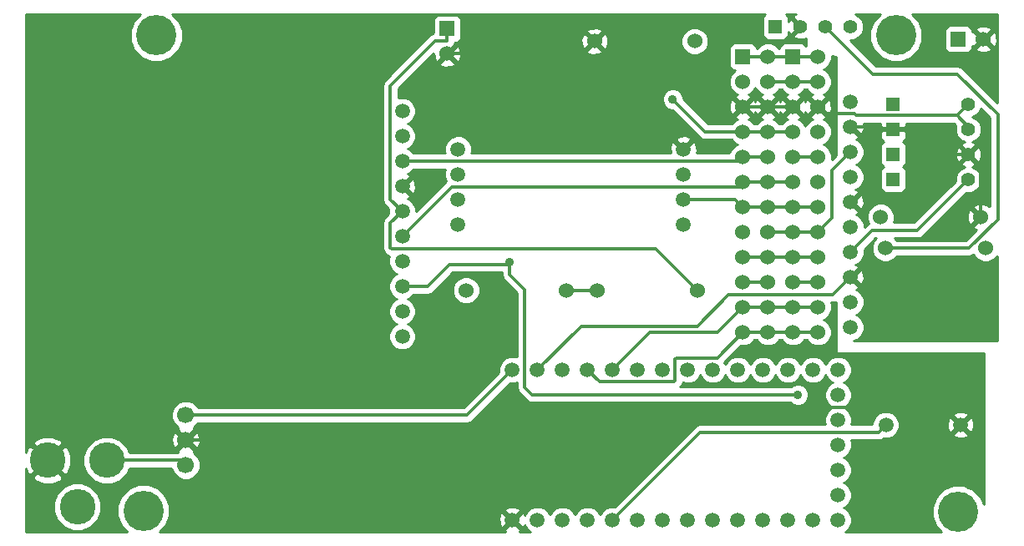
<source format=gtl>
G04 (created by PCBNEW-RS274X (2012-apr-16-27)-stable) date Wed 26 Mar 2014 03:50:35 PM EDT*
G01*
G70*
G90*
%MOIN*%
G04 Gerber Fmt 3.4, Leading zero omitted, Abs format*
%FSLAX34Y34*%
G04 APERTURE LIST*
%ADD10C,0.006000*%
%ADD11C,0.141700*%
%ADD12C,0.059100*%
%ADD13C,0.060000*%
%ADD14C,0.066900*%
%ADD15R,0.060000X0.060000*%
%ADD16R,0.055000X0.055000*%
%ADD17C,0.055000*%
%ADD18C,0.160000*%
%ADD19C,0.035000*%
%ADD20C,0.014000*%
%ADD21C,0.013900*%
%ADD22C,0.010000*%
G04 APERTURE END LIST*
G54D10*
G54D11*
X40158Y-48819D03*
X42520Y-48819D03*
X41339Y-50669D03*
G54D12*
X54303Y-38870D03*
X54303Y-39870D03*
X54303Y-37870D03*
X54303Y-40870D03*
X54303Y-41870D03*
X54303Y-42870D03*
X54303Y-43870D03*
X54303Y-36870D03*
X54303Y-35870D03*
X54303Y-34870D03*
G54D13*
X66075Y-42028D03*
X62075Y-42028D03*
X73591Y-40354D03*
X77591Y-40354D03*
X73400Y-39100D03*
X77400Y-39100D03*
X56858Y-42028D03*
X60858Y-42028D03*
G54D14*
X45669Y-49016D03*
X45669Y-48016D03*
X45669Y-47016D03*
G54D15*
X69900Y-32700D03*
G54D13*
X70900Y-32700D03*
X69900Y-33700D03*
X70900Y-33700D03*
X69900Y-34700D03*
X70900Y-34700D03*
X69900Y-35700D03*
X70900Y-35700D03*
X69900Y-36700D03*
X70900Y-36700D03*
X69900Y-37700D03*
X70900Y-37700D03*
X69900Y-38700D03*
X70900Y-38700D03*
X69900Y-39700D03*
X70900Y-39700D03*
X69900Y-40700D03*
X70900Y-40700D03*
X69900Y-41700D03*
X70900Y-41700D03*
X69900Y-42700D03*
X70900Y-42700D03*
X69900Y-43700D03*
X70900Y-43700D03*
G54D15*
X67900Y-32700D03*
G54D13*
X68900Y-32700D03*
X67900Y-33700D03*
X68900Y-33700D03*
X67900Y-34700D03*
X68900Y-34700D03*
X67900Y-35700D03*
X68900Y-35700D03*
X67900Y-36700D03*
X68900Y-36700D03*
X67900Y-37700D03*
X68900Y-37700D03*
X67900Y-38700D03*
X68900Y-38700D03*
X67900Y-39700D03*
X68900Y-39700D03*
X67900Y-40700D03*
X68900Y-40700D03*
X67900Y-41700D03*
X68900Y-41700D03*
X67900Y-42700D03*
X68900Y-42700D03*
X67900Y-43700D03*
X68900Y-43700D03*
G54D15*
X56102Y-31587D03*
G54D13*
X56102Y-32587D03*
G54D16*
X73900Y-37600D03*
G54D17*
X76900Y-37600D03*
G54D16*
X73900Y-34600D03*
G54D17*
X76900Y-34600D03*
G54D16*
X73900Y-36600D03*
G54D17*
X76900Y-36600D03*
G54D16*
X73900Y-35600D03*
G54D17*
X76900Y-35600D03*
G54D16*
X69200Y-31500D03*
G54D17*
X70200Y-31500D03*
X71200Y-31500D03*
X72200Y-31500D03*
G54D12*
X72200Y-38500D03*
X72200Y-37500D03*
X72200Y-36500D03*
X72200Y-34500D03*
X72200Y-35500D03*
X72200Y-39500D03*
X72200Y-40500D03*
X72200Y-41500D03*
X72200Y-42500D03*
X72200Y-43500D03*
X56531Y-36394D03*
X56531Y-37394D03*
X56531Y-38394D03*
X56531Y-39394D03*
X65531Y-39394D03*
X65531Y-38394D03*
X65531Y-37394D03*
X65531Y-36394D03*
G54D18*
X43976Y-50827D03*
G54D13*
X61976Y-32087D03*
X65976Y-32087D03*
G54D12*
X73604Y-47400D03*
X76596Y-47400D03*
G54D18*
X44488Y-31850D03*
X74016Y-31850D03*
X76496Y-50866D03*
G54D12*
X58700Y-51200D03*
X59700Y-51200D03*
X60700Y-51200D03*
X71700Y-51200D03*
X61700Y-51200D03*
X62700Y-51200D03*
X63700Y-51200D03*
X64700Y-51200D03*
X65700Y-51200D03*
X66700Y-51200D03*
X67700Y-51200D03*
X68700Y-51200D03*
X69700Y-51200D03*
X70700Y-51200D03*
X71700Y-45200D03*
X70700Y-45200D03*
X69700Y-45200D03*
X68700Y-45200D03*
X67700Y-45200D03*
X66700Y-45200D03*
X65700Y-45200D03*
X64700Y-45200D03*
X63700Y-45200D03*
X62700Y-45200D03*
X61700Y-45200D03*
X60700Y-45200D03*
X59700Y-45200D03*
X58700Y-45200D03*
X71700Y-50200D03*
X71700Y-49200D03*
X71700Y-48200D03*
X71700Y-47200D03*
X71700Y-46200D03*
G54D15*
X76500Y-32000D03*
G54D13*
X77500Y-32000D03*
G54D19*
X70100Y-46200D03*
X65100Y-34400D03*
X58600Y-40900D03*
X73400Y-46700D03*
G54D20*
X60858Y-42028D02*
X62075Y-42028D01*
X68900Y-33700D02*
X69900Y-33700D01*
X70900Y-33700D02*
X69900Y-33700D01*
X68900Y-32700D02*
X69900Y-32700D01*
X67900Y-32700D02*
X68900Y-32700D01*
X70900Y-32700D02*
X69900Y-32700D01*
X56884Y-47016D02*
X58700Y-45200D01*
X45669Y-47016D02*
X56884Y-47016D01*
X67900Y-42700D02*
X68900Y-42700D01*
X68900Y-42700D02*
X69900Y-42700D01*
X70900Y-42700D02*
X69900Y-42700D01*
X66900Y-43700D02*
X67900Y-42700D01*
X64200Y-43700D02*
X66900Y-43700D01*
X62700Y-45200D02*
X64200Y-43700D01*
X67900Y-43700D02*
X68900Y-43700D01*
X68900Y-43700D02*
X69900Y-43700D01*
X70900Y-43700D02*
X69900Y-43700D01*
X66870Y-44730D02*
X67900Y-43700D01*
X65240Y-44730D02*
X66870Y-44730D01*
X65200Y-44770D02*
X65240Y-44730D01*
X65200Y-45630D02*
X65200Y-44770D01*
X65160Y-45670D02*
X65200Y-45630D01*
X62170Y-45670D02*
X65160Y-45670D01*
X61700Y-45200D02*
X62170Y-45670D01*
X75348Y-36600D02*
X76900Y-36600D01*
X77400Y-37100D02*
X77400Y-39100D01*
X71500Y-42200D02*
X72200Y-41500D01*
X73900Y-35600D02*
X73452Y-35600D01*
X59700Y-45200D02*
X61444Y-43456D01*
X74348Y-35600D02*
X75348Y-36600D01*
X73900Y-35600D02*
X74348Y-35600D01*
X73352Y-35500D02*
X73452Y-35600D01*
X72200Y-35500D02*
X73352Y-35500D01*
X66080Y-43456D02*
X67336Y-42200D01*
X61444Y-43456D02*
X66080Y-43456D01*
X67336Y-42200D02*
X71500Y-42200D01*
X76900Y-36600D02*
X77400Y-37100D01*
X70900Y-36700D02*
X69900Y-36700D01*
X67900Y-36700D02*
X68900Y-36700D01*
X67730Y-36870D02*
X54303Y-36870D01*
X67900Y-36700D02*
X67730Y-36870D01*
G54D21*
X66400Y-35700D02*
X65100Y-34400D01*
X58600Y-40900D02*
X58600Y-41400D01*
X59500Y-46200D02*
X70100Y-46200D01*
X59200Y-42000D02*
X59200Y-45900D01*
X58600Y-41400D02*
X59200Y-42000D01*
X59200Y-45900D02*
X59500Y-46200D01*
X56200Y-41000D02*
X55330Y-41870D01*
G54D20*
X68900Y-35700D02*
X69900Y-35700D01*
X68900Y-35700D02*
X67900Y-35700D01*
G54D21*
X55330Y-41870D02*
X54303Y-41870D01*
X58500Y-41000D02*
X56200Y-41000D01*
X58600Y-40900D02*
X58500Y-41000D01*
X67900Y-35700D02*
X66400Y-35700D01*
G54D20*
X68900Y-40700D02*
X67900Y-40700D01*
X70900Y-40700D02*
X69900Y-40700D01*
X69900Y-40700D02*
X68900Y-40700D01*
X68900Y-37700D02*
X67900Y-37700D01*
X56279Y-37894D02*
X54303Y-39870D01*
X67706Y-37894D02*
X56279Y-37894D01*
X67900Y-37700D02*
X67706Y-37894D01*
X68900Y-37700D02*
X69900Y-37700D01*
X65531Y-38394D02*
X67594Y-38394D01*
X68900Y-38700D02*
X69900Y-38700D01*
X67900Y-38700D02*
X68900Y-38700D01*
X67594Y-38394D02*
X67900Y-38700D01*
X70900Y-38700D02*
X69900Y-38700D01*
X68900Y-39700D02*
X69900Y-39700D01*
X70900Y-39700D02*
X71453Y-39147D01*
X70900Y-39700D02*
X69900Y-39700D01*
X71453Y-37247D02*
X72200Y-36500D01*
X71453Y-39147D02*
X71453Y-37247D01*
X67900Y-41700D02*
X68900Y-41700D01*
X70900Y-41700D02*
X69900Y-41700D01*
X61600Y-32463D02*
X65531Y-36394D01*
X68900Y-34700D02*
X69900Y-34700D01*
X61476Y-32587D02*
X61600Y-32463D01*
X76900Y-35600D02*
X76900Y-35498D01*
X56102Y-32587D02*
X61476Y-32587D01*
X61600Y-32463D02*
X61976Y-32087D01*
G54D21*
X58800Y-51200D02*
X63300Y-46700D01*
G54D20*
X68900Y-34700D02*
X67900Y-34700D01*
X45178Y-47525D02*
X45669Y-48016D01*
X41452Y-47525D02*
X45178Y-47525D01*
X40158Y-48819D02*
X41452Y-47525D01*
X76900Y-35498D02*
X76451Y-35049D01*
X55516Y-48016D02*
X45669Y-48016D01*
G54D21*
X63300Y-46700D02*
X73400Y-46700D01*
X58700Y-51200D02*
X58800Y-51200D01*
G54D20*
X76451Y-35049D02*
X76900Y-34600D01*
X58700Y-51200D02*
X55516Y-48016D01*
X72414Y-35049D02*
X76451Y-35049D01*
X70900Y-34700D02*
X71182Y-34982D01*
X71182Y-34982D02*
X72347Y-34982D01*
X72347Y-34982D02*
X72414Y-35049D01*
X76921Y-40354D02*
X73591Y-40354D01*
X78072Y-39203D02*
X76921Y-40354D01*
X78072Y-35010D02*
X78072Y-39203D01*
X76453Y-33391D02*
X78072Y-35010D01*
X73091Y-33391D02*
X76453Y-33391D01*
X71200Y-31500D02*
X73091Y-33391D01*
X56102Y-32060D02*
X55629Y-32060D01*
X55629Y-32060D02*
X53833Y-33856D01*
X53833Y-33856D02*
X53833Y-38400D01*
X53833Y-39340D02*
X54303Y-38870D01*
X53833Y-40330D02*
X53833Y-39340D01*
X53833Y-38400D02*
X54303Y-38870D01*
X56102Y-31587D02*
X56102Y-32060D01*
X66075Y-42028D02*
X64417Y-40370D01*
X64417Y-40370D02*
X53873Y-40370D01*
X53873Y-40370D02*
X53833Y-40330D01*
X45472Y-48819D02*
X45669Y-49016D01*
X42520Y-48819D02*
X45472Y-48819D01*
X73304Y-47700D02*
X73604Y-47400D01*
X66200Y-47700D02*
X73304Y-47700D01*
X62700Y-51200D02*
X66200Y-47700D01*
X74868Y-39632D02*
X76900Y-37600D01*
X73068Y-39632D02*
X74868Y-39632D01*
X72200Y-40500D02*
X73068Y-39632D01*
G54D10*
G36*
X56055Y-37666D02*
X56052Y-37668D01*
X54847Y-38873D01*
X54847Y-38762D01*
X54843Y-38752D01*
X54843Y-37948D01*
X54831Y-37736D01*
X54771Y-37591D01*
X54678Y-37566D01*
X54374Y-37870D01*
X54678Y-38174D01*
X54771Y-38149D01*
X54843Y-37948D01*
X54843Y-38752D01*
X54764Y-38562D01*
X54611Y-38409D01*
X54510Y-38367D01*
X54582Y-38338D01*
X54607Y-38245D01*
X54338Y-37976D01*
X54303Y-37941D01*
X54232Y-37870D01*
X54303Y-37799D01*
X54338Y-37764D01*
X54607Y-37495D01*
X54582Y-37402D01*
X54505Y-37374D01*
X54611Y-37331D01*
X54752Y-37190D01*
X56026Y-37190D01*
X55987Y-37286D01*
X55987Y-37502D01*
X56055Y-37665D01*
X56055Y-37666D01*
X56055Y-37666D01*
G37*
G54D22*
X56055Y-37666D02*
X56052Y-37668D01*
X54847Y-38873D01*
X54847Y-38762D01*
X54843Y-38752D01*
X54843Y-37948D01*
X54831Y-37736D01*
X54771Y-37591D01*
X54678Y-37566D01*
X54374Y-37870D01*
X54678Y-38174D01*
X54771Y-38149D01*
X54843Y-37948D01*
X54843Y-38752D01*
X54764Y-38562D01*
X54611Y-38409D01*
X54510Y-38367D01*
X54582Y-38338D01*
X54607Y-38245D01*
X54338Y-37976D01*
X54303Y-37941D01*
X54232Y-37870D01*
X54303Y-37799D01*
X54338Y-37764D01*
X54607Y-37495D01*
X54582Y-37402D01*
X54505Y-37374D01*
X54611Y-37331D01*
X54752Y-37190D01*
X56026Y-37190D01*
X55987Y-37286D01*
X55987Y-37502D01*
X56055Y-37665D01*
X56055Y-37666D01*
G54D10*
G36*
X71604Y-36643D02*
X71449Y-36798D01*
X71449Y-36591D01*
X71365Y-36389D01*
X71211Y-36235D01*
X71126Y-36200D01*
X71211Y-36165D01*
X71365Y-36011D01*
X71449Y-35809D01*
X71449Y-35591D01*
X71443Y-35576D01*
X71443Y-34779D01*
X71432Y-34566D01*
X71372Y-34419D01*
X71278Y-34392D01*
X70971Y-34700D01*
X71278Y-35008D01*
X71372Y-34981D01*
X71443Y-34779D01*
X71443Y-35576D01*
X71365Y-35389D01*
X71211Y-35235D01*
X71119Y-35197D01*
X71181Y-35172D01*
X71208Y-35078D01*
X70900Y-34771D01*
X70829Y-34841D01*
X70829Y-34700D01*
X70522Y-34392D01*
X70428Y-34419D01*
X70402Y-34492D01*
X70372Y-34419D01*
X70278Y-34392D01*
X69971Y-34700D01*
X70278Y-35008D01*
X70372Y-34981D01*
X70397Y-34907D01*
X70428Y-34981D01*
X70522Y-35008D01*
X70829Y-34700D01*
X70829Y-34841D01*
X70592Y-35078D01*
X70619Y-35172D01*
X70684Y-35195D01*
X70589Y-35235D01*
X70435Y-35389D01*
X70400Y-35473D01*
X70365Y-35389D01*
X70211Y-35235D01*
X70119Y-35197D01*
X70181Y-35172D01*
X70208Y-35078D01*
X69900Y-34771D01*
X69829Y-34841D01*
X69829Y-34700D01*
X69522Y-34392D01*
X69428Y-34419D01*
X69402Y-34492D01*
X69372Y-34419D01*
X69278Y-34392D01*
X68971Y-34700D01*
X69278Y-35008D01*
X69372Y-34981D01*
X69397Y-34907D01*
X69428Y-34981D01*
X69522Y-35008D01*
X69829Y-34700D01*
X69829Y-34841D01*
X69592Y-35078D01*
X69619Y-35172D01*
X69684Y-35195D01*
X69589Y-35235D01*
X69444Y-35380D01*
X69356Y-35380D01*
X69211Y-35235D01*
X69119Y-35197D01*
X69181Y-35172D01*
X69208Y-35078D01*
X68900Y-34771D01*
X68829Y-34841D01*
X68829Y-34700D01*
X68522Y-34392D01*
X68428Y-34419D01*
X68402Y-34492D01*
X68372Y-34419D01*
X68278Y-34392D01*
X67971Y-34700D01*
X68278Y-35008D01*
X68372Y-34981D01*
X68397Y-34907D01*
X68428Y-34981D01*
X68522Y-35008D01*
X68829Y-34700D01*
X68829Y-34841D01*
X68592Y-35078D01*
X68619Y-35172D01*
X68684Y-35195D01*
X68589Y-35235D01*
X68444Y-35380D01*
X68356Y-35380D01*
X68211Y-35235D01*
X68119Y-35197D01*
X68181Y-35172D01*
X68208Y-35078D01*
X67900Y-34771D01*
X67829Y-34841D01*
X67829Y-34700D01*
X67522Y-34392D01*
X67428Y-34419D01*
X67357Y-34621D01*
X67368Y-34834D01*
X67428Y-34981D01*
X67522Y-35008D01*
X67829Y-34700D01*
X67829Y-34841D01*
X67592Y-35078D01*
X67619Y-35172D01*
X67684Y-35195D01*
X67589Y-35235D01*
X67443Y-35381D01*
X66532Y-35381D01*
X66525Y-35373D01*
X66525Y-32196D01*
X66525Y-31978D01*
X66441Y-31776D01*
X66287Y-31622D01*
X66085Y-31538D01*
X65867Y-31538D01*
X65665Y-31622D01*
X65511Y-31776D01*
X65427Y-31978D01*
X65427Y-32196D01*
X65511Y-32398D01*
X65665Y-32552D01*
X65867Y-32636D01*
X66085Y-32636D01*
X66287Y-32552D01*
X66441Y-32398D01*
X66525Y-32196D01*
X66525Y-35373D01*
X65525Y-34373D01*
X65525Y-34316D01*
X65461Y-34160D01*
X65341Y-34040D01*
X65185Y-33975D01*
X65016Y-33975D01*
X64860Y-34039D01*
X64740Y-34159D01*
X64675Y-34315D01*
X64675Y-34484D01*
X64739Y-34640D01*
X64859Y-34760D01*
X65015Y-34825D01*
X65073Y-34825D01*
X66172Y-35923D01*
X66174Y-35926D01*
X66235Y-35967D01*
X66277Y-35995D01*
X66278Y-35995D01*
X66400Y-36019D01*
X67443Y-36019D01*
X67589Y-36165D01*
X67673Y-36200D01*
X67589Y-36235D01*
X67435Y-36389D01*
X67368Y-36550D01*
X66043Y-36550D01*
X66071Y-36472D01*
X66059Y-36260D01*
X65999Y-36115D01*
X65906Y-36090D01*
X65835Y-36161D01*
X65835Y-36019D01*
X65810Y-35926D01*
X65609Y-35854D01*
X65397Y-35866D01*
X65252Y-35926D01*
X65227Y-36019D01*
X65531Y-36323D01*
X65835Y-36019D01*
X65835Y-36161D01*
X65637Y-36359D01*
X65602Y-36394D01*
X65531Y-36465D01*
X65460Y-36394D01*
X65425Y-36359D01*
X65156Y-36090D01*
X65063Y-36115D01*
X64991Y-36316D01*
X65003Y-36528D01*
X65012Y-36550D01*
X62519Y-36550D01*
X62519Y-32166D01*
X62508Y-31953D01*
X62448Y-31806D01*
X62354Y-31779D01*
X62284Y-31849D01*
X62284Y-31709D01*
X62257Y-31615D01*
X62055Y-31544D01*
X61842Y-31555D01*
X61695Y-31615D01*
X61668Y-31709D01*
X61976Y-32016D01*
X62284Y-31709D01*
X62284Y-31849D01*
X62047Y-32087D01*
X62354Y-32395D01*
X62448Y-32368D01*
X62519Y-32166D01*
X62519Y-36550D01*
X62284Y-36550D01*
X62284Y-32465D01*
X61976Y-32158D01*
X61905Y-32228D01*
X61905Y-32087D01*
X61598Y-31779D01*
X61504Y-31806D01*
X61433Y-32008D01*
X61444Y-32221D01*
X61504Y-32368D01*
X61598Y-32395D01*
X61905Y-32087D01*
X61905Y-32228D01*
X61668Y-32465D01*
X61695Y-32559D01*
X61897Y-32630D01*
X62110Y-32619D01*
X62257Y-32559D01*
X62284Y-32465D01*
X62284Y-36550D01*
X57055Y-36550D01*
X57075Y-36502D01*
X57075Y-36286D01*
X56992Y-36086D01*
X56839Y-35933D01*
X56645Y-35852D01*
X56645Y-32666D01*
X56634Y-32453D01*
X56574Y-32306D01*
X56480Y-32279D01*
X56173Y-32587D01*
X56480Y-32895D01*
X56574Y-32868D01*
X56645Y-32666D01*
X56645Y-35852D01*
X56639Y-35850D01*
X56423Y-35850D01*
X56410Y-35855D01*
X56410Y-32965D01*
X56102Y-32658D01*
X55794Y-32965D01*
X55821Y-33059D01*
X56023Y-33130D01*
X56236Y-33119D01*
X56383Y-33059D01*
X56410Y-32965D01*
X56410Y-35855D01*
X56223Y-35933D01*
X56070Y-36086D01*
X55987Y-36286D01*
X55987Y-36502D01*
X56006Y-36550D01*
X54752Y-36550D01*
X54611Y-36409D01*
X54517Y-36370D01*
X54611Y-36331D01*
X54764Y-36178D01*
X54847Y-35978D01*
X54847Y-35762D01*
X54764Y-35562D01*
X54611Y-35409D01*
X54517Y-35370D01*
X54611Y-35331D01*
X54764Y-35178D01*
X54847Y-34978D01*
X54847Y-34762D01*
X54764Y-34562D01*
X54611Y-34409D01*
X54411Y-34326D01*
X54195Y-34326D01*
X54153Y-34343D01*
X54153Y-33988D01*
X55562Y-32579D01*
X55570Y-32721D01*
X55630Y-32868D01*
X55724Y-32895D01*
X55996Y-32622D01*
X56031Y-32587D01*
X56102Y-32516D01*
X56137Y-32481D01*
X56410Y-32209D01*
X56399Y-32173D01*
X56407Y-32136D01*
X56451Y-32136D01*
X56543Y-32098D01*
X56613Y-32028D01*
X56651Y-31937D01*
X56651Y-31838D01*
X56651Y-31238D01*
X56613Y-31146D01*
X56543Y-31076D01*
X56452Y-31038D01*
X56353Y-31038D01*
X55753Y-31038D01*
X55661Y-31076D01*
X55591Y-31146D01*
X55553Y-31237D01*
X55553Y-31336D01*
X55553Y-31754D01*
X55507Y-31764D01*
X55505Y-31764D01*
X55505Y-31765D01*
X55402Y-31834D01*
X53607Y-33630D01*
X53537Y-33733D01*
X53513Y-33856D01*
X53513Y-38400D01*
X53537Y-38523D01*
X53607Y-38626D01*
X53759Y-38778D01*
X53759Y-38961D01*
X53607Y-39114D01*
X53537Y-39217D01*
X53513Y-39340D01*
X53513Y-40330D01*
X53537Y-40453D01*
X53607Y-40556D01*
X53646Y-40596D01*
X53647Y-40596D01*
X53716Y-40642D01*
X53750Y-40665D01*
X53751Y-40666D01*
X53795Y-40674D01*
X53759Y-40762D01*
X53759Y-40978D01*
X53842Y-41178D01*
X53995Y-41331D01*
X54088Y-41370D01*
X53995Y-41409D01*
X53842Y-41562D01*
X53759Y-41762D01*
X53759Y-41978D01*
X53842Y-42178D01*
X53995Y-42331D01*
X54088Y-42370D01*
X53995Y-42409D01*
X53842Y-42562D01*
X53759Y-42762D01*
X53759Y-42978D01*
X53842Y-43178D01*
X53995Y-43331D01*
X54088Y-43370D01*
X53995Y-43409D01*
X53842Y-43562D01*
X53759Y-43762D01*
X53759Y-43978D01*
X53842Y-44178D01*
X53995Y-44331D01*
X54195Y-44414D01*
X54411Y-44414D01*
X54611Y-44331D01*
X54764Y-44178D01*
X54847Y-43978D01*
X54847Y-43762D01*
X54764Y-43562D01*
X54611Y-43409D01*
X54517Y-43370D01*
X54611Y-43331D01*
X54764Y-43178D01*
X54847Y-42978D01*
X54847Y-42762D01*
X54764Y-42562D01*
X54611Y-42409D01*
X54517Y-42370D01*
X54611Y-42331D01*
X54753Y-42189D01*
X55325Y-42189D01*
X55330Y-42190D01*
X55330Y-42189D01*
X55452Y-42165D01*
X55556Y-42096D01*
X56332Y-41319D01*
X58281Y-41319D01*
X58281Y-41395D01*
X58280Y-41400D01*
X58305Y-41522D01*
X58374Y-41626D01*
X58881Y-42132D01*
X58881Y-44686D01*
X58808Y-44656D01*
X58592Y-44656D01*
X58392Y-44739D01*
X58239Y-44892D01*
X58156Y-45092D01*
X58156Y-45292D01*
X57407Y-46041D01*
X57407Y-42137D01*
X57407Y-41919D01*
X57323Y-41717D01*
X57169Y-41563D01*
X56967Y-41479D01*
X56749Y-41479D01*
X56547Y-41563D01*
X56393Y-41717D01*
X56309Y-41919D01*
X56309Y-42137D01*
X56393Y-42339D01*
X56547Y-42493D01*
X56749Y-42577D01*
X56967Y-42577D01*
X57169Y-42493D01*
X57323Y-42339D01*
X57407Y-42137D01*
X57407Y-46041D01*
X56752Y-46696D01*
X46168Y-46696D01*
X46164Y-46685D01*
X46000Y-46521D01*
X45785Y-46432D01*
X45553Y-46432D01*
X45338Y-46521D01*
X45174Y-46685D01*
X45085Y-46900D01*
X45085Y-47132D01*
X45174Y-47347D01*
X45338Y-47511D01*
X45366Y-47522D01*
X45337Y-47614D01*
X45669Y-47945D01*
X46001Y-47614D01*
X45971Y-47522D01*
X46000Y-47511D01*
X46164Y-47347D01*
X46168Y-47336D01*
X56884Y-47336D01*
X57006Y-47312D01*
X57007Y-47312D01*
X57110Y-47242D01*
X58608Y-45744D01*
X58808Y-45744D01*
X58881Y-45713D01*
X58881Y-45895D01*
X58880Y-45900D01*
X58905Y-46022D01*
X58974Y-46126D01*
X59272Y-46423D01*
X59274Y-46426D01*
X59335Y-46467D01*
X59377Y-46495D01*
X59378Y-46495D01*
X59500Y-46519D01*
X69818Y-46519D01*
X69859Y-46560D01*
X70015Y-46625D01*
X70184Y-46625D01*
X70340Y-46561D01*
X70460Y-46441D01*
X70525Y-46285D01*
X70525Y-46116D01*
X70461Y-45960D01*
X70341Y-45840D01*
X70185Y-45775D01*
X70016Y-45775D01*
X69860Y-45839D01*
X69818Y-45881D01*
X65401Y-45881D01*
X65426Y-45857D01*
X65426Y-45856D01*
X65472Y-45787D01*
X65495Y-45753D01*
X65496Y-45752D01*
X65504Y-45707D01*
X65592Y-45744D01*
X65808Y-45744D01*
X66008Y-45661D01*
X66161Y-45508D01*
X66200Y-45414D01*
X66239Y-45508D01*
X66392Y-45661D01*
X66592Y-45744D01*
X66808Y-45744D01*
X67008Y-45661D01*
X67161Y-45508D01*
X67200Y-45414D01*
X67239Y-45508D01*
X67392Y-45661D01*
X67592Y-45744D01*
X67808Y-45744D01*
X68008Y-45661D01*
X68161Y-45508D01*
X68200Y-45414D01*
X68239Y-45508D01*
X68392Y-45661D01*
X68592Y-45744D01*
X68808Y-45744D01*
X69008Y-45661D01*
X69161Y-45508D01*
X69200Y-45414D01*
X69239Y-45508D01*
X69392Y-45661D01*
X69592Y-45744D01*
X69808Y-45744D01*
X70008Y-45661D01*
X70161Y-45508D01*
X70200Y-45414D01*
X70239Y-45508D01*
X70392Y-45661D01*
X70592Y-45744D01*
X70808Y-45744D01*
X71008Y-45661D01*
X71161Y-45508D01*
X71200Y-45414D01*
X71239Y-45508D01*
X71392Y-45661D01*
X71485Y-45700D01*
X71392Y-45739D01*
X71239Y-45892D01*
X71156Y-46092D01*
X71156Y-46308D01*
X71239Y-46508D01*
X71392Y-46661D01*
X71485Y-46700D01*
X71392Y-46739D01*
X71239Y-46892D01*
X71156Y-47092D01*
X71156Y-47308D01*
X71185Y-47380D01*
X66200Y-47380D01*
X66078Y-47404D01*
X66076Y-47404D01*
X66076Y-47405D01*
X65973Y-47474D01*
X62791Y-50656D01*
X62592Y-50656D01*
X62392Y-50739D01*
X62239Y-50892D01*
X62200Y-50985D01*
X62161Y-50892D01*
X62008Y-50739D01*
X61808Y-50656D01*
X61592Y-50656D01*
X61392Y-50739D01*
X61239Y-50892D01*
X61200Y-50985D01*
X61161Y-50892D01*
X61008Y-50739D01*
X60808Y-50656D01*
X60592Y-50656D01*
X60392Y-50739D01*
X60239Y-50892D01*
X60200Y-50985D01*
X60161Y-50892D01*
X60008Y-50739D01*
X59808Y-50656D01*
X59592Y-50656D01*
X59392Y-50739D01*
X59239Y-50892D01*
X59197Y-50992D01*
X59168Y-50921D01*
X59075Y-50896D01*
X59004Y-50967D01*
X59004Y-50825D01*
X58979Y-50732D01*
X58778Y-50660D01*
X58566Y-50672D01*
X58421Y-50732D01*
X58396Y-50825D01*
X58700Y-51129D01*
X59004Y-50825D01*
X59004Y-50967D01*
X58771Y-51200D01*
X59075Y-51504D01*
X59168Y-51479D01*
X59195Y-51402D01*
X59239Y-51508D01*
X59392Y-51661D01*
X59411Y-51669D01*
X58976Y-51669D01*
X58979Y-51668D01*
X59004Y-51575D01*
X58700Y-51271D01*
X58629Y-51342D01*
X58629Y-51200D01*
X58325Y-50896D01*
X58232Y-50921D01*
X58160Y-51122D01*
X58172Y-51334D01*
X58232Y-51479D01*
X58325Y-51504D01*
X58629Y-51200D01*
X58629Y-51342D01*
X58396Y-51575D01*
X58421Y-51668D01*
X58423Y-51669D01*
X46253Y-51669D01*
X46253Y-49132D01*
X46253Y-48900D01*
X46245Y-48880D01*
X46245Y-48103D01*
X46235Y-47876D01*
X46168Y-47715D01*
X46071Y-47684D01*
X45740Y-48016D01*
X46071Y-48348D01*
X46168Y-48317D01*
X46245Y-48103D01*
X46245Y-48880D01*
X46164Y-48685D01*
X46000Y-48521D01*
X45971Y-48509D01*
X46001Y-48418D01*
X45669Y-48087D01*
X45598Y-48157D01*
X45598Y-48016D01*
X45267Y-47684D01*
X45170Y-47715D01*
X45093Y-47929D01*
X45103Y-48156D01*
X45170Y-48317D01*
X45267Y-48348D01*
X45598Y-48016D01*
X45598Y-48157D01*
X45337Y-48418D01*
X45362Y-48499D01*
X43423Y-48499D01*
X43331Y-48277D01*
X43062Y-48008D01*
X42711Y-47862D01*
X42330Y-47862D01*
X41978Y-48008D01*
X41709Y-48277D01*
X41563Y-48628D01*
X41563Y-49009D01*
X41709Y-49361D01*
X41978Y-49630D01*
X42329Y-49776D01*
X42710Y-49776D01*
X43062Y-49630D01*
X43331Y-49361D01*
X43423Y-49139D01*
X45087Y-49139D01*
X45174Y-49347D01*
X45338Y-49511D01*
X45553Y-49600D01*
X45785Y-49600D01*
X46000Y-49511D01*
X46164Y-49347D01*
X46253Y-49132D01*
X46253Y-51669D01*
X44618Y-51669D01*
X44866Y-51422D01*
X45026Y-51037D01*
X45026Y-50619D01*
X44866Y-50233D01*
X44571Y-49937D01*
X44186Y-49777D01*
X43768Y-49777D01*
X43382Y-49937D01*
X43086Y-50232D01*
X42926Y-50617D01*
X42926Y-51035D01*
X43086Y-51421D01*
X43333Y-51669D01*
X42296Y-51669D01*
X42296Y-50860D01*
X42296Y-50479D01*
X42150Y-50127D01*
X41881Y-49858D01*
X41530Y-49712D01*
X41149Y-49712D01*
X41099Y-49732D01*
X41099Y-48994D01*
X41095Y-48620D01*
X40961Y-48298D01*
X40826Y-48222D01*
X40755Y-48293D01*
X40755Y-48151D01*
X40679Y-48016D01*
X40333Y-47878D01*
X39959Y-47882D01*
X39637Y-48016D01*
X39561Y-48151D01*
X40158Y-48748D01*
X40755Y-48151D01*
X40755Y-48293D01*
X40229Y-48819D01*
X40826Y-49416D01*
X40961Y-49340D01*
X41099Y-48994D01*
X41099Y-49732D01*
X40797Y-49858D01*
X40755Y-49900D01*
X40755Y-49487D01*
X40158Y-48890D01*
X39561Y-49487D01*
X39637Y-49622D01*
X39983Y-49760D01*
X40357Y-49756D01*
X40679Y-49622D01*
X40755Y-49487D01*
X40755Y-49900D01*
X40528Y-50127D01*
X40382Y-50478D01*
X40382Y-50859D01*
X40528Y-51211D01*
X40797Y-51480D01*
X41148Y-51626D01*
X41529Y-51626D01*
X41881Y-51480D01*
X42150Y-51211D01*
X42296Y-50860D01*
X42296Y-51669D01*
X39276Y-51669D01*
X39276Y-49150D01*
X39355Y-49340D01*
X39490Y-49416D01*
X40087Y-48819D01*
X39490Y-48222D01*
X39355Y-48298D01*
X39276Y-48496D01*
X39276Y-31009D01*
X43844Y-31009D01*
X43598Y-31255D01*
X43438Y-31640D01*
X43438Y-32058D01*
X43598Y-32444D01*
X43893Y-32740D01*
X44278Y-32900D01*
X44696Y-32900D01*
X45082Y-32740D01*
X45378Y-32445D01*
X45538Y-32060D01*
X45538Y-31642D01*
X45378Y-31256D01*
X45131Y-31009D01*
X68796Y-31009D01*
X68784Y-31014D01*
X68714Y-31084D01*
X68676Y-31175D01*
X68676Y-31274D01*
X68676Y-31824D01*
X68714Y-31916D01*
X68784Y-31986D01*
X68875Y-32024D01*
X68974Y-32024D01*
X69524Y-32024D01*
X69616Y-31986D01*
X69686Y-31916D01*
X69724Y-31825D01*
X69724Y-31726D01*
X69724Y-31708D01*
X69748Y-31767D01*
X69839Y-31790D01*
X70129Y-31500D01*
X69839Y-31210D01*
X69748Y-31233D01*
X69724Y-31302D01*
X69724Y-31176D01*
X69686Y-31084D01*
X69616Y-31014D01*
X69604Y-31009D01*
X70028Y-31009D01*
X69933Y-31048D01*
X69910Y-31139D01*
X70165Y-31394D01*
X70200Y-31429D01*
X70271Y-31500D01*
X70200Y-31571D01*
X70165Y-31606D01*
X69910Y-31861D01*
X69933Y-31952D01*
X70126Y-32019D01*
X70330Y-32008D01*
X70422Y-31970D01*
X70422Y-32285D01*
X70411Y-32259D01*
X70341Y-32189D01*
X70250Y-32151D01*
X70151Y-32151D01*
X69551Y-32151D01*
X69459Y-32189D01*
X69389Y-32259D01*
X69351Y-32350D01*
X69351Y-32375D01*
X69211Y-32235D01*
X69009Y-32151D01*
X68791Y-32151D01*
X68589Y-32235D01*
X68449Y-32375D01*
X68449Y-32351D01*
X68411Y-32259D01*
X68341Y-32189D01*
X68250Y-32151D01*
X68151Y-32151D01*
X67551Y-32151D01*
X67459Y-32189D01*
X67389Y-32259D01*
X67351Y-32350D01*
X67351Y-32449D01*
X67351Y-33049D01*
X67389Y-33141D01*
X67459Y-33211D01*
X67550Y-33249D01*
X67575Y-33249D01*
X67435Y-33389D01*
X67351Y-33591D01*
X67351Y-33809D01*
X67435Y-34011D01*
X67589Y-34165D01*
X67680Y-34202D01*
X67619Y-34228D01*
X67592Y-34322D01*
X67900Y-34629D01*
X68208Y-34322D01*
X68181Y-34228D01*
X68115Y-34204D01*
X68211Y-34165D01*
X68365Y-34011D01*
X68400Y-33926D01*
X68435Y-34011D01*
X68589Y-34165D01*
X68680Y-34202D01*
X68619Y-34228D01*
X68592Y-34322D01*
X68900Y-34629D01*
X69208Y-34322D01*
X69181Y-34228D01*
X69115Y-34204D01*
X69211Y-34165D01*
X69356Y-34020D01*
X69444Y-34020D01*
X69589Y-34165D01*
X69680Y-34202D01*
X69619Y-34228D01*
X69592Y-34322D01*
X69900Y-34629D01*
X70208Y-34322D01*
X70181Y-34228D01*
X70115Y-34204D01*
X70211Y-34165D01*
X70356Y-34020D01*
X70444Y-34020D01*
X70589Y-34165D01*
X70680Y-34202D01*
X70619Y-34228D01*
X70592Y-34322D01*
X70900Y-34629D01*
X71208Y-34322D01*
X71181Y-34228D01*
X71115Y-34204D01*
X71211Y-34165D01*
X71365Y-34011D01*
X71449Y-33809D01*
X71449Y-33591D01*
X71365Y-33389D01*
X71211Y-33235D01*
X71126Y-33200D01*
X71211Y-33165D01*
X71365Y-33011D01*
X71449Y-32809D01*
X71449Y-32661D01*
X71604Y-32713D01*
X71604Y-36643D01*
X71604Y-36643D01*
G37*
G54D22*
X71604Y-36643D02*
X71449Y-36798D01*
X71449Y-36591D01*
X71365Y-36389D01*
X71211Y-36235D01*
X71126Y-36200D01*
X71211Y-36165D01*
X71365Y-36011D01*
X71449Y-35809D01*
X71449Y-35591D01*
X71443Y-35576D01*
X71443Y-34779D01*
X71432Y-34566D01*
X71372Y-34419D01*
X71278Y-34392D01*
X70971Y-34700D01*
X71278Y-35008D01*
X71372Y-34981D01*
X71443Y-34779D01*
X71443Y-35576D01*
X71365Y-35389D01*
X71211Y-35235D01*
X71119Y-35197D01*
X71181Y-35172D01*
X71208Y-35078D01*
X70900Y-34771D01*
X70829Y-34841D01*
X70829Y-34700D01*
X70522Y-34392D01*
X70428Y-34419D01*
X70402Y-34492D01*
X70372Y-34419D01*
X70278Y-34392D01*
X69971Y-34700D01*
X70278Y-35008D01*
X70372Y-34981D01*
X70397Y-34907D01*
X70428Y-34981D01*
X70522Y-35008D01*
X70829Y-34700D01*
X70829Y-34841D01*
X70592Y-35078D01*
X70619Y-35172D01*
X70684Y-35195D01*
X70589Y-35235D01*
X70435Y-35389D01*
X70400Y-35473D01*
X70365Y-35389D01*
X70211Y-35235D01*
X70119Y-35197D01*
X70181Y-35172D01*
X70208Y-35078D01*
X69900Y-34771D01*
X69829Y-34841D01*
X69829Y-34700D01*
X69522Y-34392D01*
X69428Y-34419D01*
X69402Y-34492D01*
X69372Y-34419D01*
X69278Y-34392D01*
X68971Y-34700D01*
X69278Y-35008D01*
X69372Y-34981D01*
X69397Y-34907D01*
X69428Y-34981D01*
X69522Y-35008D01*
X69829Y-34700D01*
X69829Y-34841D01*
X69592Y-35078D01*
X69619Y-35172D01*
X69684Y-35195D01*
X69589Y-35235D01*
X69444Y-35380D01*
X69356Y-35380D01*
X69211Y-35235D01*
X69119Y-35197D01*
X69181Y-35172D01*
X69208Y-35078D01*
X68900Y-34771D01*
X68829Y-34841D01*
X68829Y-34700D01*
X68522Y-34392D01*
X68428Y-34419D01*
X68402Y-34492D01*
X68372Y-34419D01*
X68278Y-34392D01*
X67971Y-34700D01*
X68278Y-35008D01*
X68372Y-34981D01*
X68397Y-34907D01*
X68428Y-34981D01*
X68522Y-35008D01*
X68829Y-34700D01*
X68829Y-34841D01*
X68592Y-35078D01*
X68619Y-35172D01*
X68684Y-35195D01*
X68589Y-35235D01*
X68444Y-35380D01*
X68356Y-35380D01*
X68211Y-35235D01*
X68119Y-35197D01*
X68181Y-35172D01*
X68208Y-35078D01*
X67900Y-34771D01*
X67829Y-34841D01*
X67829Y-34700D01*
X67522Y-34392D01*
X67428Y-34419D01*
X67357Y-34621D01*
X67368Y-34834D01*
X67428Y-34981D01*
X67522Y-35008D01*
X67829Y-34700D01*
X67829Y-34841D01*
X67592Y-35078D01*
X67619Y-35172D01*
X67684Y-35195D01*
X67589Y-35235D01*
X67443Y-35381D01*
X66532Y-35381D01*
X66525Y-35373D01*
X66525Y-32196D01*
X66525Y-31978D01*
X66441Y-31776D01*
X66287Y-31622D01*
X66085Y-31538D01*
X65867Y-31538D01*
X65665Y-31622D01*
X65511Y-31776D01*
X65427Y-31978D01*
X65427Y-32196D01*
X65511Y-32398D01*
X65665Y-32552D01*
X65867Y-32636D01*
X66085Y-32636D01*
X66287Y-32552D01*
X66441Y-32398D01*
X66525Y-32196D01*
X66525Y-35373D01*
X65525Y-34373D01*
X65525Y-34316D01*
X65461Y-34160D01*
X65341Y-34040D01*
X65185Y-33975D01*
X65016Y-33975D01*
X64860Y-34039D01*
X64740Y-34159D01*
X64675Y-34315D01*
X64675Y-34484D01*
X64739Y-34640D01*
X64859Y-34760D01*
X65015Y-34825D01*
X65073Y-34825D01*
X66172Y-35923D01*
X66174Y-35926D01*
X66235Y-35967D01*
X66277Y-35995D01*
X66278Y-35995D01*
X66400Y-36019D01*
X67443Y-36019D01*
X67589Y-36165D01*
X67673Y-36200D01*
X67589Y-36235D01*
X67435Y-36389D01*
X67368Y-36550D01*
X66043Y-36550D01*
X66071Y-36472D01*
X66059Y-36260D01*
X65999Y-36115D01*
X65906Y-36090D01*
X65835Y-36161D01*
X65835Y-36019D01*
X65810Y-35926D01*
X65609Y-35854D01*
X65397Y-35866D01*
X65252Y-35926D01*
X65227Y-36019D01*
X65531Y-36323D01*
X65835Y-36019D01*
X65835Y-36161D01*
X65637Y-36359D01*
X65602Y-36394D01*
X65531Y-36465D01*
X65460Y-36394D01*
X65425Y-36359D01*
X65156Y-36090D01*
X65063Y-36115D01*
X64991Y-36316D01*
X65003Y-36528D01*
X65012Y-36550D01*
X62519Y-36550D01*
X62519Y-32166D01*
X62508Y-31953D01*
X62448Y-31806D01*
X62354Y-31779D01*
X62284Y-31849D01*
X62284Y-31709D01*
X62257Y-31615D01*
X62055Y-31544D01*
X61842Y-31555D01*
X61695Y-31615D01*
X61668Y-31709D01*
X61976Y-32016D01*
X62284Y-31709D01*
X62284Y-31849D01*
X62047Y-32087D01*
X62354Y-32395D01*
X62448Y-32368D01*
X62519Y-32166D01*
X62519Y-36550D01*
X62284Y-36550D01*
X62284Y-32465D01*
X61976Y-32158D01*
X61905Y-32228D01*
X61905Y-32087D01*
X61598Y-31779D01*
X61504Y-31806D01*
X61433Y-32008D01*
X61444Y-32221D01*
X61504Y-32368D01*
X61598Y-32395D01*
X61905Y-32087D01*
X61905Y-32228D01*
X61668Y-32465D01*
X61695Y-32559D01*
X61897Y-32630D01*
X62110Y-32619D01*
X62257Y-32559D01*
X62284Y-32465D01*
X62284Y-36550D01*
X57055Y-36550D01*
X57075Y-36502D01*
X57075Y-36286D01*
X56992Y-36086D01*
X56839Y-35933D01*
X56645Y-35852D01*
X56645Y-32666D01*
X56634Y-32453D01*
X56574Y-32306D01*
X56480Y-32279D01*
X56173Y-32587D01*
X56480Y-32895D01*
X56574Y-32868D01*
X56645Y-32666D01*
X56645Y-35852D01*
X56639Y-35850D01*
X56423Y-35850D01*
X56410Y-35855D01*
X56410Y-32965D01*
X56102Y-32658D01*
X55794Y-32965D01*
X55821Y-33059D01*
X56023Y-33130D01*
X56236Y-33119D01*
X56383Y-33059D01*
X56410Y-32965D01*
X56410Y-35855D01*
X56223Y-35933D01*
X56070Y-36086D01*
X55987Y-36286D01*
X55987Y-36502D01*
X56006Y-36550D01*
X54752Y-36550D01*
X54611Y-36409D01*
X54517Y-36370D01*
X54611Y-36331D01*
X54764Y-36178D01*
X54847Y-35978D01*
X54847Y-35762D01*
X54764Y-35562D01*
X54611Y-35409D01*
X54517Y-35370D01*
X54611Y-35331D01*
X54764Y-35178D01*
X54847Y-34978D01*
X54847Y-34762D01*
X54764Y-34562D01*
X54611Y-34409D01*
X54411Y-34326D01*
X54195Y-34326D01*
X54153Y-34343D01*
X54153Y-33988D01*
X55562Y-32579D01*
X55570Y-32721D01*
X55630Y-32868D01*
X55724Y-32895D01*
X55996Y-32622D01*
X56031Y-32587D01*
X56102Y-32516D01*
X56137Y-32481D01*
X56410Y-32209D01*
X56399Y-32173D01*
X56407Y-32136D01*
X56451Y-32136D01*
X56543Y-32098D01*
X56613Y-32028D01*
X56651Y-31937D01*
X56651Y-31838D01*
X56651Y-31238D01*
X56613Y-31146D01*
X56543Y-31076D01*
X56452Y-31038D01*
X56353Y-31038D01*
X55753Y-31038D01*
X55661Y-31076D01*
X55591Y-31146D01*
X55553Y-31237D01*
X55553Y-31336D01*
X55553Y-31754D01*
X55507Y-31764D01*
X55505Y-31764D01*
X55505Y-31765D01*
X55402Y-31834D01*
X53607Y-33630D01*
X53537Y-33733D01*
X53513Y-33856D01*
X53513Y-38400D01*
X53537Y-38523D01*
X53607Y-38626D01*
X53759Y-38778D01*
X53759Y-38961D01*
X53607Y-39114D01*
X53537Y-39217D01*
X53513Y-39340D01*
X53513Y-40330D01*
X53537Y-40453D01*
X53607Y-40556D01*
X53646Y-40596D01*
X53647Y-40596D01*
X53716Y-40642D01*
X53750Y-40665D01*
X53751Y-40666D01*
X53795Y-40674D01*
X53759Y-40762D01*
X53759Y-40978D01*
X53842Y-41178D01*
X53995Y-41331D01*
X54088Y-41370D01*
X53995Y-41409D01*
X53842Y-41562D01*
X53759Y-41762D01*
X53759Y-41978D01*
X53842Y-42178D01*
X53995Y-42331D01*
X54088Y-42370D01*
X53995Y-42409D01*
X53842Y-42562D01*
X53759Y-42762D01*
X53759Y-42978D01*
X53842Y-43178D01*
X53995Y-43331D01*
X54088Y-43370D01*
X53995Y-43409D01*
X53842Y-43562D01*
X53759Y-43762D01*
X53759Y-43978D01*
X53842Y-44178D01*
X53995Y-44331D01*
X54195Y-44414D01*
X54411Y-44414D01*
X54611Y-44331D01*
X54764Y-44178D01*
X54847Y-43978D01*
X54847Y-43762D01*
X54764Y-43562D01*
X54611Y-43409D01*
X54517Y-43370D01*
X54611Y-43331D01*
X54764Y-43178D01*
X54847Y-42978D01*
X54847Y-42762D01*
X54764Y-42562D01*
X54611Y-42409D01*
X54517Y-42370D01*
X54611Y-42331D01*
X54753Y-42189D01*
X55325Y-42189D01*
X55330Y-42190D01*
X55330Y-42189D01*
X55452Y-42165D01*
X55556Y-42096D01*
X56332Y-41319D01*
X58281Y-41319D01*
X58281Y-41395D01*
X58280Y-41400D01*
X58305Y-41522D01*
X58374Y-41626D01*
X58881Y-42132D01*
X58881Y-44686D01*
X58808Y-44656D01*
X58592Y-44656D01*
X58392Y-44739D01*
X58239Y-44892D01*
X58156Y-45092D01*
X58156Y-45292D01*
X57407Y-46041D01*
X57407Y-42137D01*
X57407Y-41919D01*
X57323Y-41717D01*
X57169Y-41563D01*
X56967Y-41479D01*
X56749Y-41479D01*
X56547Y-41563D01*
X56393Y-41717D01*
X56309Y-41919D01*
X56309Y-42137D01*
X56393Y-42339D01*
X56547Y-42493D01*
X56749Y-42577D01*
X56967Y-42577D01*
X57169Y-42493D01*
X57323Y-42339D01*
X57407Y-42137D01*
X57407Y-46041D01*
X56752Y-46696D01*
X46168Y-46696D01*
X46164Y-46685D01*
X46000Y-46521D01*
X45785Y-46432D01*
X45553Y-46432D01*
X45338Y-46521D01*
X45174Y-46685D01*
X45085Y-46900D01*
X45085Y-47132D01*
X45174Y-47347D01*
X45338Y-47511D01*
X45366Y-47522D01*
X45337Y-47614D01*
X45669Y-47945D01*
X46001Y-47614D01*
X45971Y-47522D01*
X46000Y-47511D01*
X46164Y-47347D01*
X46168Y-47336D01*
X56884Y-47336D01*
X57006Y-47312D01*
X57007Y-47312D01*
X57110Y-47242D01*
X58608Y-45744D01*
X58808Y-45744D01*
X58881Y-45713D01*
X58881Y-45895D01*
X58880Y-45900D01*
X58905Y-46022D01*
X58974Y-46126D01*
X59272Y-46423D01*
X59274Y-46426D01*
X59335Y-46467D01*
X59377Y-46495D01*
X59378Y-46495D01*
X59500Y-46519D01*
X69818Y-46519D01*
X69859Y-46560D01*
X70015Y-46625D01*
X70184Y-46625D01*
X70340Y-46561D01*
X70460Y-46441D01*
X70525Y-46285D01*
X70525Y-46116D01*
X70461Y-45960D01*
X70341Y-45840D01*
X70185Y-45775D01*
X70016Y-45775D01*
X69860Y-45839D01*
X69818Y-45881D01*
X65401Y-45881D01*
X65426Y-45857D01*
X65426Y-45856D01*
X65472Y-45787D01*
X65495Y-45753D01*
X65496Y-45752D01*
X65504Y-45707D01*
X65592Y-45744D01*
X65808Y-45744D01*
X66008Y-45661D01*
X66161Y-45508D01*
X66200Y-45414D01*
X66239Y-45508D01*
X66392Y-45661D01*
X66592Y-45744D01*
X66808Y-45744D01*
X67008Y-45661D01*
X67161Y-45508D01*
X67200Y-45414D01*
X67239Y-45508D01*
X67392Y-45661D01*
X67592Y-45744D01*
X67808Y-45744D01*
X68008Y-45661D01*
X68161Y-45508D01*
X68200Y-45414D01*
X68239Y-45508D01*
X68392Y-45661D01*
X68592Y-45744D01*
X68808Y-45744D01*
X69008Y-45661D01*
X69161Y-45508D01*
X69200Y-45414D01*
X69239Y-45508D01*
X69392Y-45661D01*
X69592Y-45744D01*
X69808Y-45744D01*
X70008Y-45661D01*
X70161Y-45508D01*
X70200Y-45414D01*
X70239Y-45508D01*
X70392Y-45661D01*
X70592Y-45744D01*
X70808Y-45744D01*
X71008Y-45661D01*
X71161Y-45508D01*
X71200Y-45414D01*
X71239Y-45508D01*
X71392Y-45661D01*
X71485Y-45700D01*
X71392Y-45739D01*
X71239Y-45892D01*
X71156Y-46092D01*
X71156Y-46308D01*
X71239Y-46508D01*
X71392Y-46661D01*
X71485Y-46700D01*
X71392Y-46739D01*
X71239Y-46892D01*
X71156Y-47092D01*
X71156Y-47308D01*
X71185Y-47380D01*
X66200Y-47380D01*
X66078Y-47404D01*
X66076Y-47404D01*
X66076Y-47405D01*
X65973Y-47474D01*
X62791Y-50656D01*
X62592Y-50656D01*
X62392Y-50739D01*
X62239Y-50892D01*
X62200Y-50985D01*
X62161Y-50892D01*
X62008Y-50739D01*
X61808Y-50656D01*
X61592Y-50656D01*
X61392Y-50739D01*
X61239Y-50892D01*
X61200Y-50985D01*
X61161Y-50892D01*
X61008Y-50739D01*
X60808Y-50656D01*
X60592Y-50656D01*
X60392Y-50739D01*
X60239Y-50892D01*
X60200Y-50985D01*
X60161Y-50892D01*
X60008Y-50739D01*
X59808Y-50656D01*
X59592Y-50656D01*
X59392Y-50739D01*
X59239Y-50892D01*
X59197Y-50992D01*
X59168Y-50921D01*
X59075Y-50896D01*
X59004Y-50967D01*
X59004Y-50825D01*
X58979Y-50732D01*
X58778Y-50660D01*
X58566Y-50672D01*
X58421Y-50732D01*
X58396Y-50825D01*
X58700Y-51129D01*
X59004Y-50825D01*
X59004Y-50967D01*
X58771Y-51200D01*
X59075Y-51504D01*
X59168Y-51479D01*
X59195Y-51402D01*
X59239Y-51508D01*
X59392Y-51661D01*
X59411Y-51669D01*
X58976Y-51669D01*
X58979Y-51668D01*
X59004Y-51575D01*
X58700Y-51271D01*
X58629Y-51342D01*
X58629Y-51200D01*
X58325Y-50896D01*
X58232Y-50921D01*
X58160Y-51122D01*
X58172Y-51334D01*
X58232Y-51479D01*
X58325Y-51504D01*
X58629Y-51200D01*
X58629Y-51342D01*
X58396Y-51575D01*
X58421Y-51668D01*
X58423Y-51669D01*
X46253Y-51669D01*
X46253Y-49132D01*
X46253Y-48900D01*
X46245Y-48880D01*
X46245Y-48103D01*
X46235Y-47876D01*
X46168Y-47715D01*
X46071Y-47684D01*
X45740Y-48016D01*
X46071Y-48348D01*
X46168Y-48317D01*
X46245Y-48103D01*
X46245Y-48880D01*
X46164Y-48685D01*
X46000Y-48521D01*
X45971Y-48509D01*
X46001Y-48418D01*
X45669Y-48087D01*
X45598Y-48157D01*
X45598Y-48016D01*
X45267Y-47684D01*
X45170Y-47715D01*
X45093Y-47929D01*
X45103Y-48156D01*
X45170Y-48317D01*
X45267Y-48348D01*
X45598Y-48016D01*
X45598Y-48157D01*
X45337Y-48418D01*
X45362Y-48499D01*
X43423Y-48499D01*
X43331Y-48277D01*
X43062Y-48008D01*
X42711Y-47862D01*
X42330Y-47862D01*
X41978Y-48008D01*
X41709Y-48277D01*
X41563Y-48628D01*
X41563Y-49009D01*
X41709Y-49361D01*
X41978Y-49630D01*
X42329Y-49776D01*
X42710Y-49776D01*
X43062Y-49630D01*
X43331Y-49361D01*
X43423Y-49139D01*
X45087Y-49139D01*
X45174Y-49347D01*
X45338Y-49511D01*
X45553Y-49600D01*
X45785Y-49600D01*
X46000Y-49511D01*
X46164Y-49347D01*
X46253Y-49132D01*
X46253Y-51669D01*
X44618Y-51669D01*
X44866Y-51422D01*
X45026Y-51037D01*
X45026Y-50619D01*
X44866Y-50233D01*
X44571Y-49937D01*
X44186Y-49777D01*
X43768Y-49777D01*
X43382Y-49937D01*
X43086Y-50232D01*
X42926Y-50617D01*
X42926Y-51035D01*
X43086Y-51421D01*
X43333Y-51669D01*
X42296Y-51669D01*
X42296Y-50860D01*
X42296Y-50479D01*
X42150Y-50127D01*
X41881Y-49858D01*
X41530Y-49712D01*
X41149Y-49712D01*
X41099Y-49732D01*
X41099Y-48994D01*
X41095Y-48620D01*
X40961Y-48298D01*
X40826Y-48222D01*
X40755Y-48293D01*
X40755Y-48151D01*
X40679Y-48016D01*
X40333Y-47878D01*
X39959Y-47882D01*
X39637Y-48016D01*
X39561Y-48151D01*
X40158Y-48748D01*
X40755Y-48151D01*
X40755Y-48293D01*
X40229Y-48819D01*
X40826Y-49416D01*
X40961Y-49340D01*
X41099Y-48994D01*
X41099Y-49732D01*
X40797Y-49858D01*
X40755Y-49900D01*
X40755Y-49487D01*
X40158Y-48890D01*
X39561Y-49487D01*
X39637Y-49622D01*
X39983Y-49760D01*
X40357Y-49756D01*
X40679Y-49622D01*
X40755Y-49487D01*
X40755Y-49900D01*
X40528Y-50127D01*
X40382Y-50478D01*
X40382Y-50859D01*
X40528Y-51211D01*
X40797Y-51480D01*
X41148Y-51626D01*
X41529Y-51626D01*
X41881Y-51480D01*
X42150Y-51211D01*
X42296Y-50860D01*
X42296Y-51669D01*
X39276Y-51669D01*
X39276Y-49150D01*
X39355Y-49340D01*
X39490Y-49416D01*
X40087Y-48819D01*
X39490Y-48222D01*
X39355Y-48298D01*
X39276Y-48496D01*
X39276Y-31009D01*
X43844Y-31009D01*
X43598Y-31255D01*
X43438Y-31640D01*
X43438Y-32058D01*
X43598Y-32444D01*
X43893Y-32740D01*
X44278Y-32900D01*
X44696Y-32900D01*
X45082Y-32740D01*
X45378Y-32445D01*
X45538Y-32060D01*
X45538Y-31642D01*
X45378Y-31256D01*
X45131Y-31009D01*
X68796Y-31009D01*
X68784Y-31014D01*
X68714Y-31084D01*
X68676Y-31175D01*
X68676Y-31274D01*
X68676Y-31824D01*
X68714Y-31916D01*
X68784Y-31986D01*
X68875Y-32024D01*
X68974Y-32024D01*
X69524Y-32024D01*
X69616Y-31986D01*
X69686Y-31916D01*
X69724Y-31825D01*
X69724Y-31726D01*
X69724Y-31708D01*
X69748Y-31767D01*
X69839Y-31790D01*
X70129Y-31500D01*
X69839Y-31210D01*
X69748Y-31233D01*
X69724Y-31302D01*
X69724Y-31176D01*
X69686Y-31084D01*
X69616Y-31014D01*
X69604Y-31009D01*
X70028Y-31009D01*
X69933Y-31048D01*
X69910Y-31139D01*
X70165Y-31394D01*
X70200Y-31429D01*
X70271Y-31500D01*
X70200Y-31571D01*
X70165Y-31606D01*
X69910Y-31861D01*
X69933Y-31952D01*
X70126Y-32019D01*
X70330Y-32008D01*
X70422Y-31970D01*
X70422Y-32285D01*
X70411Y-32259D01*
X70341Y-32189D01*
X70250Y-32151D01*
X70151Y-32151D01*
X69551Y-32151D01*
X69459Y-32189D01*
X69389Y-32259D01*
X69351Y-32350D01*
X69351Y-32375D01*
X69211Y-32235D01*
X69009Y-32151D01*
X68791Y-32151D01*
X68589Y-32235D01*
X68449Y-32375D01*
X68449Y-32351D01*
X68411Y-32259D01*
X68341Y-32189D01*
X68250Y-32151D01*
X68151Y-32151D01*
X67551Y-32151D01*
X67459Y-32189D01*
X67389Y-32259D01*
X67351Y-32350D01*
X67351Y-32449D01*
X67351Y-33049D01*
X67389Y-33141D01*
X67459Y-33211D01*
X67550Y-33249D01*
X67575Y-33249D01*
X67435Y-33389D01*
X67351Y-33591D01*
X67351Y-33809D01*
X67435Y-34011D01*
X67589Y-34165D01*
X67680Y-34202D01*
X67619Y-34228D01*
X67592Y-34322D01*
X67900Y-34629D01*
X68208Y-34322D01*
X68181Y-34228D01*
X68115Y-34204D01*
X68211Y-34165D01*
X68365Y-34011D01*
X68400Y-33926D01*
X68435Y-34011D01*
X68589Y-34165D01*
X68680Y-34202D01*
X68619Y-34228D01*
X68592Y-34322D01*
X68900Y-34629D01*
X69208Y-34322D01*
X69181Y-34228D01*
X69115Y-34204D01*
X69211Y-34165D01*
X69356Y-34020D01*
X69444Y-34020D01*
X69589Y-34165D01*
X69680Y-34202D01*
X69619Y-34228D01*
X69592Y-34322D01*
X69900Y-34629D01*
X70208Y-34322D01*
X70181Y-34228D01*
X70115Y-34204D01*
X70211Y-34165D01*
X70356Y-34020D01*
X70444Y-34020D01*
X70589Y-34165D01*
X70680Y-34202D01*
X70619Y-34228D01*
X70592Y-34322D01*
X70900Y-34629D01*
X71208Y-34322D01*
X71181Y-34228D01*
X71115Y-34204D01*
X71211Y-34165D01*
X71365Y-34011D01*
X71449Y-33809D01*
X71449Y-33591D01*
X71365Y-33389D01*
X71211Y-33235D01*
X71126Y-33200D01*
X71211Y-33165D01*
X71365Y-33011D01*
X71449Y-32809D01*
X71449Y-32661D01*
X71604Y-32713D01*
X71604Y-36643D01*
G54D10*
G36*
X77509Y-50568D02*
X77386Y-50272D01*
X77136Y-50021D01*
X77136Y-47478D01*
X77124Y-47266D01*
X77064Y-47121D01*
X76971Y-47096D01*
X76900Y-47167D01*
X76900Y-47025D01*
X76875Y-46932D01*
X76674Y-46860D01*
X76462Y-46872D01*
X76317Y-46932D01*
X76292Y-47025D01*
X76596Y-47329D01*
X76900Y-47025D01*
X76900Y-47167D01*
X76667Y-47400D01*
X76971Y-47704D01*
X77064Y-47679D01*
X77136Y-47478D01*
X77136Y-50021D01*
X77091Y-49976D01*
X76900Y-49896D01*
X76900Y-47775D01*
X76596Y-47471D01*
X76525Y-47542D01*
X76525Y-47400D01*
X76221Y-47096D01*
X76128Y-47121D01*
X76056Y-47322D01*
X76068Y-47534D01*
X76128Y-47679D01*
X76221Y-47704D01*
X76525Y-47400D01*
X76525Y-47542D01*
X76292Y-47775D01*
X76317Y-47868D01*
X76518Y-47940D01*
X76730Y-47928D01*
X76875Y-47868D01*
X76900Y-47775D01*
X76900Y-49896D01*
X76706Y-49816D01*
X76288Y-49816D01*
X75902Y-49976D01*
X75606Y-50271D01*
X75446Y-50656D01*
X75446Y-51074D01*
X75606Y-51460D01*
X75814Y-51669D01*
X71988Y-51669D01*
X72008Y-51661D01*
X72161Y-51508D01*
X72244Y-51308D01*
X72244Y-51092D01*
X72161Y-50892D01*
X72008Y-50739D01*
X71914Y-50700D01*
X72008Y-50661D01*
X72161Y-50508D01*
X72244Y-50308D01*
X72244Y-50092D01*
X72161Y-49892D01*
X72008Y-49739D01*
X71914Y-49700D01*
X72008Y-49661D01*
X72161Y-49508D01*
X72244Y-49308D01*
X72244Y-49092D01*
X72161Y-48892D01*
X72008Y-48739D01*
X71914Y-48700D01*
X72008Y-48661D01*
X72161Y-48508D01*
X72244Y-48308D01*
X72244Y-48092D01*
X72214Y-48020D01*
X73304Y-48020D01*
X73426Y-47996D01*
X73427Y-47996D01*
X73503Y-47944D01*
X73712Y-47944D01*
X73912Y-47861D01*
X74065Y-47708D01*
X74148Y-47508D01*
X74148Y-47292D01*
X74065Y-47092D01*
X73912Y-46939D01*
X73712Y-46856D01*
X73496Y-46856D01*
X73296Y-46939D01*
X73143Y-47092D01*
X73060Y-47292D01*
X73060Y-47380D01*
X72214Y-47380D01*
X72244Y-47308D01*
X72244Y-47092D01*
X72161Y-46892D01*
X72008Y-46739D01*
X71914Y-46700D01*
X72008Y-46661D01*
X72161Y-46508D01*
X72244Y-46308D01*
X72244Y-46092D01*
X72161Y-45892D01*
X72008Y-45739D01*
X71914Y-45700D01*
X72008Y-45661D01*
X72161Y-45508D01*
X72244Y-45308D01*
X72244Y-45092D01*
X72161Y-44892D01*
X72008Y-44739D01*
X71808Y-44656D01*
X71592Y-44656D01*
X71392Y-44739D01*
X71239Y-44892D01*
X71200Y-44985D01*
X71161Y-44892D01*
X71008Y-44739D01*
X70808Y-44656D01*
X70592Y-44656D01*
X70392Y-44739D01*
X70239Y-44892D01*
X70200Y-44985D01*
X70161Y-44892D01*
X70008Y-44739D01*
X69808Y-44656D01*
X69592Y-44656D01*
X69392Y-44739D01*
X69239Y-44892D01*
X69200Y-44985D01*
X69161Y-44892D01*
X69008Y-44739D01*
X68808Y-44656D01*
X68592Y-44656D01*
X68392Y-44739D01*
X68239Y-44892D01*
X68200Y-44985D01*
X68161Y-44892D01*
X68008Y-44739D01*
X67808Y-44656D01*
X67592Y-44656D01*
X67392Y-44739D01*
X67239Y-44892D01*
X67200Y-44985D01*
X67161Y-44892D01*
X67160Y-44891D01*
X67803Y-44249D01*
X68009Y-44249D01*
X68211Y-44165D01*
X68356Y-44020D01*
X68444Y-44020D01*
X68589Y-44165D01*
X68791Y-44249D01*
X69009Y-44249D01*
X69211Y-44165D01*
X69356Y-44020D01*
X69444Y-44020D01*
X69589Y-44165D01*
X69791Y-44249D01*
X70009Y-44249D01*
X70211Y-44165D01*
X70356Y-44020D01*
X70444Y-44020D01*
X70589Y-44165D01*
X70791Y-44249D01*
X71009Y-44249D01*
X71211Y-44165D01*
X71365Y-44011D01*
X71449Y-43809D01*
X71449Y-43591D01*
X71365Y-43389D01*
X71211Y-43235D01*
X71126Y-43200D01*
X71211Y-43165D01*
X71365Y-43011D01*
X71449Y-42809D01*
X71449Y-42591D01*
X71419Y-42520D01*
X71500Y-42520D01*
X71604Y-42499D01*
X71604Y-44538D01*
X77509Y-44538D01*
X77509Y-50568D01*
X77509Y-50568D01*
G37*
G54D22*
X77509Y-50568D02*
X77386Y-50272D01*
X77136Y-50021D01*
X77136Y-47478D01*
X77124Y-47266D01*
X77064Y-47121D01*
X76971Y-47096D01*
X76900Y-47167D01*
X76900Y-47025D01*
X76875Y-46932D01*
X76674Y-46860D01*
X76462Y-46872D01*
X76317Y-46932D01*
X76292Y-47025D01*
X76596Y-47329D01*
X76900Y-47025D01*
X76900Y-47167D01*
X76667Y-47400D01*
X76971Y-47704D01*
X77064Y-47679D01*
X77136Y-47478D01*
X77136Y-50021D01*
X77091Y-49976D01*
X76900Y-49896D01*
X76900Y-47775D01*
X76596Y-47471D01*
X76525Y-47542D01*
X76525Y-47400D01*
X76221Y-47096D01*
X76128Y-47121D01*
X76056Y-47322D01*
X76068Y-47534D01*
X76128Y-47679D01*
X76221Y-47704D01*
X76525Y-47400D01*
X76525Y-47542D01*
X76292Y-47775D01*
X76317Y-47868D01*
X76518Y-47940D01*
X76730Y-47928D01*
X76875Y-47868D01*
X76900Y-47775D01*
X76900Y-49896D01*
X76706Y-49816D01*
X76288Y-49816D01*
X75902Y-49976D01*
X75606Y-50271D01*
X75446Y-50656D01*
X75446Y-51074D01*
X75606Y-51460D01*
X75814Y-51669D01*
X71988Y-51669D01*
X72008Y-51661D01*
X72161Y-51508D01*
X72244Y-51308D01*
X72244Y-51092D01*
X72161Y-50892D01*
X72008Y-50739D01*
X71914Y-50700D01*
X72008Y-50661D01*
X72161Y-50508D01*
X72244Y-50308D01*
X72244Y-50092D01*
X72161Y-49892D01*
X72008Y-49739D01*
X71914Y-49700D01*
X72008Y-49661D01*
X72161Y-49508D01*
X72244Y-49308D01*
X72244Y-49092D01*
X72161Y-48892D01*
X72008Y-48739D01*
X71914Y-48700D01*
X72008Y-48661D01*
X72161Y-48508D01*
X72244Y-48308D01*
X72244Y-48092D01*
X72214Y-48020D01*
X73304Y-48020D01*
X73426Y-47996D01*
X73427Y-47996D01*
X73503Y-47944D01*
X73712Y-47944D01*
X73912Y-47861D01*
X74065Y-47708D01*
X74148Y-47508D01*
X74148Y-47292D01*
X74065Y-47092D01*
X73912Y-46939D01*
X73712Y-46856D01*
X73496Y-46856D01*
X73296Y-46939D01*
X73143Y-47092D01*
X73060Y-47292D01*
X73060Y-47380D01*
X72214Y-47380D01*
X72244Y-47308D01*
X72244Y-47092D01*
X72161Y-46892D01*
X72008Y-46739D01*
X71914Y-46700D01*
X72008Y-46661D01*
X72161Y-46508D01*
X72244Y-46308D01*
X72244Y-46092D01*
X72161Y-45892D01*
X72008Y-45739D01*
X71914Y-45700D01*
X72008Y-45661D01*
X72161Y-45508D01*
X72244Y-45308D01*
X72244Y-45092D01*
X72161Y-44892D01*
X72008Y-44739D01*
X71808Y-44656D01*
X71592Y-44656D01*
X71392Y-44739D01*
X71239Y-44892D01*
X71200Y-44985D01*
X71161Y-44892D01*
X71008Y-44739D01*
X70808Y-44656D01*
X70592Y-44656D01*
X70392Y-44739D01*
X70239Y-44892D01*
X70200Y-44985D01*
X70161Y-44892D01*
X70008Y-44739D01*
X69808Y-44656D01*
X69592Y-44656D01*
X69392Y-44739D01*
X69239Y-44892D01*
X69200Y-44985D01*
X69161Y-44892D01*
X69008Y-44739D01*
X68808Y-44656D01*
X68592Y-44656D01*
X68392Y-44739D01*
X68239Y-44892D01*
X68200Y-44985D01*
X68161Y-44892D01*
X68008Y-44739D01*
X67808Y-44656D01*
X67592Y-44656D01*
X67392Y-44739D01*
X67239Y-44892D01*
X67200Y-44985D01*
X67161Y-44892D01*
X67160Y-44891D01*
X67803Y-44249D01*
X68009Y-44249D01*
X68211Y-44165D01*
X68356Y-44020D01*
X68444Y-44020D01*
X68589Y-44165D01*
X68791Y-44249D01*
X69009Y-44249D01*
X69211Y-44165D01*
X69356Y-44020D01*
X69444Y-44020D01*
X69589Y-44165D01*
X69791Y-44249D01*
X70009Y-44249D01*
X70211Y-44165D01*
X70356Y-44020D01*
X70444Y-44020D01*
X70589Y-44165D01*
X70791Y-44249D01*
X71009Y-44249D01*
X71211Y-44165D01*
X71365Y-44011D01*
X71449Y-43809D01*
X71449Y-43591D01*
X71365Y-43389D01*
X71211Y-43235D01*
X71126Y-43200D01*
X71211Y-43165D01*
X71365Y-43011D01*
X71449Y-42809D01*
X71449Y-42591D01*
X71419Y-42520D01*
X71500Y-42520D01*
X71604Y-42499D01*
X71604Y-44538D01*
X77509Y-44538D01*
X77509Y-50568D01*
G54D10*
G36*
X77752Y-38661D02*
X77725Y-38634D01*
X77692Y-38666D01*
X77681Y-38628D01*
X77479Y-38557D01*
X77266Y-38568D01*
X77119Y-38628D01*
X77092Y-38722D01*
X77365Y-38994D01*
X77400Y-39029D01*
X77471Y-39100D01*
X77400Y-39171D01*
X77329Y-39241D01*
X77329Y-39100D01*
X77022Y-38792D01*
X76928Y-38819D01*
X76857Y-39021D01*
X76868Y-39234D01*
X76928Y-39381D01*
X77022Y-39408D01*
X77329Y-39100D01*
X77329Y-39241D01*
X77092Y-39478D01*
X77119Y-39572D01*
X77216Y-39606D01*
X76788Y-40034D01*
X74047Y-40034D01*
X73965Y-39952D01*
X74868Y-39952D01*
X74990Y-39928D01*
X74991Y-39928D01*
X75094Y-39858D01*
X76827Y-38125D01*
X77004Y-38125D01*
X77197Y-38045D01*
X77345Y-37898D01*
X77425Y-37705D01*
X77425Y-37496D01*
X77419Y-37481D01*
X77419Y-36674D01*
X77408Y-36470D01*
X77352Y-36333D01*
X77261Y-36310D01*
X76971Y-36600D01*
X77261Y-36890D01*
X77352Y-36867D01*
X77419Y-36674D01*
X77419Y-37481D01*
X77345Y-37303D01*
X77198Y-37155D01*
X77057Y-37096D01*
X77167Y-37052D01*
X77190Y-36961D01*
X76900Y-36671D01*
X76829Y-36742D01*
X76829Y-36600D01*
X76539Y-36310D01*
X76448Y-36333D01*
X76381Y-36526D01*
X76392Y-36730D01*
X76448Y-36867D01*
X76539Y-36890D01*
X76829Y-36600D01*
X76829Y-36742D01*
X76610Y-36961D01*
X76633Y-37052D01*
X76751Y-37093D01*
X76603Y-37155D01*
X76455Y-37302D01*
X76375Y-37495D01*
X76375Y-37672D01*
X74735Y-39312D01*
X74425Y-39312D01*
X74425Y-35712D01*
X74363Y-35650D01*
X74000Y-35650D01*
X73950Y-35650D01*
X73850Y-35650D01*
X73800Y-35650D01*
X73437Y-35650D01*
X73375Y-35712D01*
X73376Y-35826D01*
X73376Y-35925D01*
X73414Y-36016D01*
X73484Y-36086D01*
X73517Y-36100D01*
X73484Y-36114D01*
X73414Y-36184D01*
X73376Y-36275D01*
X73376Y-36374D01*
X73376Y-36924D01*
X73414Y-37016D01*
X73484Y-37086D01*
X73517Y-37100D01*
X73484Y-37114D01*
X73414Y-37184D01*
X73376Y-37275D01*
X73376Y-37374D01*
X73376Y-37924D01*
X73414Y-38016D01*
X73484Y-38086D01*
X73575Y-38124D01*
X73674Y-38124D01*
X74224Y-38124D01*
X74316Y-38086D01*
X74386Y-38016D01*
X74424Y-37925D01*
X74424Y-37826D01*
X74424Y-37276D01*
X74386Y-37184D01*
X74316Y-37114D01*
X74282Y-37099D01*
X74316Y-37086D01*
X74386Y-37016D01*
X74424Y-36925D01*
X74424Y-36826D01*
X74424Y-36276D01*
X74386Y-36184D01*
X74316Y-36114D01*
X74282Y-36099D01*
X74316Y-36086D01*
X74386Y-36016D01*
X74424Y-35925D01*
X74424Y-35826D01*
X74425Y-35712D01*
X74425Y-39312D01*
X73906Y-39312D01*
X73949Y-39209D01*
X73949Y-38991D01*
X73865Y-38789D01*
X73711Y-38635D01*
X73509Y-38551D01*
X73291Y-38551D01*
X73089Y-38635D01*
X72935Y-38789D01*
X72851Y-38991D01*
X72851Y-39209D01*
X72913Y-39358D01*
X72911Y-39359D01*
X72841Y-39406D01*
X72744Y-39503D01*
X72744Y-39392D01*
X72740Y-39382D01*
X72740Y-38578D01*
X72728Y-38366D01*
X72668Y-38221D01*
X72575Y-38196D01*
X72271Y-38500D01*
X72575Y-38804D01*
X72668Y-38779D01*
X72740Y-38578D01*
X72740Y-39382D01*
X72661Y-39192D01*
X72508Y-39039D01*
X72407Y-38997D01*
X72479Y-38968D01*
X72504Y-38875D01*
X72235Y-38606D01*
X72200Y-38571D01*
X72129Y-38500D01*
X72200Y-38429D01*
X72235Y-38394D01*
X72504Y-38125D01*
X72479Y-38032D01*
X72402Y-38004D01*
X72508Y-37961D01*
X72661Y-37808D01*
X72744Y-37608D01*
X72744Y-37392D01*
X72661Y-37192D01*
X72508Y-37039D01*
X72414Y-37000D01*
X72508Y-36961D01*
X72661Y-36808D01*
X72744Y-36608D01*
X72744Y-36392D01*
X72661Y-36192D01*
X72508Y-36039D01*
X72407Y-35997D01*
X72479Y-35968D01*
X72504Y-35875D01*
X72235Y-35606D01*
X72200Y-35571D01*
X72129Y-35500D01*
X72200Y-35429D01*
X72271Y-35500D01*
X72306Y-35535D01*
X72575Y-35804D01*
X72668Y-35779D01*
X72740Y-35578D01*
X72728Y-35369D01*
X73376Y-35369D01*
X73376Y-35374D01*
X73375Y-35488D01*
X73437Y-35550D01*
X73800Y-35550D01*
X73850Y-35550D01*
X73950Y-35550D01*
X74000Y-35550D01*
X74363Y-35550D01*
X74425Y-35488D01*
X74424Y-35374D01*
X74424Y-35369D01*
X76318Y-35369D01*
X76395Y-35445D01*
X76375Y-35495D01*
X76375Y-35704D01*
X76455Y-35897D01*
X76602Y-36045D01*
X76742Y-36103D01*
X76633Y-36148D01*
X76610Y-36239D01*
X76900Y-36529D01*
X77190Y-36239D01*
X77167Y-36148D01*
X77048Y-36106D01*
X77197Y-36045D01*
X77345Y-35898D01*
X77425Y-35705D01*
X77425Y-35496D01*
X77345Y-35303D01*
X77198Y-35155D01*
X77064Y-35099D01*
X77197Y-35045D01*
X77345Y-34898D01*
X77392Y-34783D01*
X77752Y-35142D01*
X77752Y-38661D01*
X77752Y-38661D01*
G37*
G54D22*
X77752Y-38661D02*
X77725Y-38634D01*
X77692Y-38666D01*
X77681Y-38628D01*
X77479Y-38557D01*
X77266Y-38568D01*
X77119Y-38628D01*
X77092Y-38722D01*
X77365Y-38994D01*
X77400Y-39029D01*
X77471Y-39100D01*
X77400Y-39171D01*
X77329Y-39241D01*
X77329Y-39100D01*
X77022Y-38792D01*
X76928Y-38819D01*
X76857Y-39021D01*
X76868Y-39234D01*
X76928Y-39381D01*
X77022Y-39408D01*
X77329Y-39100D01*
X77329Y-39241D01*
X77092Y-39478D01*
X77119Y-39572D01*
X77216Y-39606D01*
X76788Y-40034D01*
X74047Y-40034D01*
X73965Y-39952D01*
X74868Y-39952D01*
X74990Y-39928D01*
X74991Y-39928D01*
X75094Y-39858D01*
X76827Y-38125D01*
X77004Y-38125D01*
X77197Y-38045D01*
X77345Y-37898D01*
X77425Y-37705D01*
X77425Y-37496D01*
X77419Y-37481D01*
X77419Y-36674D01*
X77408Y-36470D01*
X77352Y-36333D01*
X77261Y-36310D01*
X76971Y-36600D01*
X77261Y-36890D01*
X77352Y-36867D01*
X77419Y-36674D01*
X77419Y-37481D01*
X77345Y-37303D01*
X77198Y-37155D01*
X77057Y-37096D01*
X77167Y-37052D01*
X77190Y-36961D01*
X76900Y-36671D01*
X76829Y-36742D01*
X76829Y-36600D01*
X76539Y-36310D01*
X76448Y-36333D01*
X76381Y-36526D01*
X76392Y-36730D01*
X76448Y-36867D01*
X76539Y-36890D01*
X76829Y-36600D01*
X76829Y-36742D01*
X76610Y-36961D01*
X76633Y-37052D01*
X76751Y-37093D01*
X76603Y-37155D01*
X76455Y-37302D01*
X76375Y-37495D01*
X76375Y-37672D01*
X74735Y-39312D01*
X74425Y-39312D01*
X74425Y-35712D01*
X74363Y-35650D01*
X74000Y-35650D01*
X73950Y-35650D01*
X73850Y-35650D01*
X73800Y-35650D01*
X73437Y-35650D01*
X73375Y-35712D01*
X73376Y-35826D01*
X73376Y-35925D01*
X73414Y-36016D01*
X73484Y-36086D01*
X73517Y-36100D01*
X73484Y-36114D01*
X73414Y-36184D01*
X73376Y-36275D01*
X73376Y-36374D01*
X73376Y-36924D01*
X73414Y-37016D01*
X73484Y-37086D01*
X73517Y-37100D01*
X73484Y-37114D01*
X73414Y-37184D01*
X73376Y-37275D01*
X73376Y-37374D01*
X73376Y-37924D01*
X73414Y-38016D01*
X73484Y-38086D01*
X73575Y-38124D01*
X73674Y-38124D01*
X74224Y-38124D01*
X74316Y-38086D01*
X74386Y-38016D01*
X74424Y-37925D01*
X74424Y-37826D01*
X74424Y-37276D01*
X74386Y-37184D01*
X74316Y-37114D01*
X74282Y-37099D01*
X74316Y-37086D01*
X74386Y-37016D01*
X74424Y-36925D01*
X74424Y-36826D01*
X74424Y-36276D01*
X74386Y-36184D01*
X74316Y-36114D01*
X74282Y-36099D01*
X74316Y-36086D01*
X74386Y-36016D01*
X74424Y-35925D01*
X74424Y-35826D01*
X74425Y-35712D01*
X74425Y-39312D01*
X73906Y-39312D01*
X73949Y-39209D01*
X73949Y-38991D01*
X73865Y-38789D01*
X73711Y-38635D01*
X73509Y-38551D01*
X73291Y-38551D01*
X73089Y-38635D01*
X72935Y-38789D01*
X72851Y-38991D01*
X72851Y-39209D01*
X72913Y-39358D01*
X72911Y-39359D01*
X72841Y-39406D01*
X72744Y-39503D01*
X72744Y-39392D01*
X72740Y-39382D01*
X72740Y-38578D01*
X72728Y-38366D01*
X72668Y-38221D01*
X72575Y-38196D01*
X72271Y-38500D01*
X72575Y-38804D01*
X72668Y-38779D01*
X72740Y-38578D01*
X72740Y-39382D01*
X72661Y-39192D01*
X72508Y-39039D01*
X72407Y-38997D01*
X72479Y-38968D01*
X72504Y-38875D01*
X72235Y-38606D01*
X72200Y-38571D01*
X72129Y-38500D01*
X72200Y-38429D01*
X72235Y-38394D01*
X72504Y-38125D01*
X72479Y-38032D01*
X72402Y-38004D01*
X72508Y-37961D01*
X72661Y-37808D01*
X72744Y-37608D01*
X72744Y-37392D01*
X72661Y-37192D01*
X72508Y-37039D01*
X72414Y-37000D01*
X72508Y-36961D01*
X72661Y-36808D01*
X72744Y-36608D01*
X72744Y-36392D01*
X72661Y-36192D01*
X72508Y-36039D01*
X72407Y-35997D01*
X72479Y-35968D01*
X72504Y-35875D01*
X72235Y-35606D01*
X72200Y-35571D01*
X72129Y-35500D01*
X72200Y-35429D01*
X72271Y-35500D01*
X72306Y-35535D01*
X72575Y-35804D01*
X72668Y-35779D01*
X72740Y-35578D01*
X72728Y-35369D01*
X73376Y-35369D01*
X73376Y-35374D01*
X73375Y-35488D01*
X73437Y-35550D01*
X73800Y-35550D01*
X73850Y-35550D01*
X73950Y-35550D01*
X74000Y-35550D01*
X74363Y-35550D01*
X74425Y-35488D01*
X74424Y-35374D01*
X74424Y-35369D01*
X76318Y-35369D01*
X76395Y-35445D01*
X76375Y-35495D01*
X76375Y-35704D01*
X76455Y-35897D01*
X76602Y-36045D01*
X76742Y-36103D01*
X76633Y-36148D01*
X76610Y-36239D01*
X76900Y-36529D01*
X77190Y-36239D01*
X77167Y-36148D01*
X77048Y-36106D01*
X77197Y-36045D01*
X77345Y-35898D01*
X77425Y-35705D01*
X77425Y-35496D01*
X77345Y-35303D01*
X77198Y-35155D01*
X77064Y-35099D01*
X77197Y-35045D01*
X77345Y-34898D01*
X77392Y-34783D01*
X77752Y-35142D01*
X77752Y-38661D01*
G54D10*
G36*
X78046Y-34531D02*
X78043Y-34528D01*
X78043Y-32079D01*
X78032Y-31866D01*
X77972Y-31719D01*
X77878Y-31692D01*
X77808Y-31762D01*
X77808Y-31622D01*
X77781Y-31528D01*
X77579Y-31457D01*
X77366Y-31468D01*
X77219Y-31528D01*
X77192Y-31622D01*
X77500Y-31929D01*
X77808Y-31622D01*
X77808Y-31762D01*
X77571Y-32000D01*
X77878Y-32308D01*
X77972Y-32281D01*
X78043Y-32079D01*
X78043Y-34528D01*
X77808Y-34293D01*
X77808Y-32378D01*
X77500Y-32071D01*
X77429Y-32141D01*
X77429Y-32000D01*
X77122Y-31692D01*
X77049Y-31712D01*
X77049Y-31651D01*
X77011Y-31559D01*
X76941Y-31489D01*
X76850Y-31451D01*
X76751Y-31451D01*
X76151Y-31451D01*
X76059Y-31489D01*
X75989Y-31559D01*
X75951Y-31650D01*
X75951Y-31749D01*
X75951Y-32349D01*
X75989Y-32441D01*
X76059Y-32511D01*
X76150Y-32549D01*
X76249Y-32549D01*
X76849Y-32549D01*
X76941Y-32511D01*
X77011Y-32441D01*
X77049Y-32350D01*
X77049Y-32287D01*
X77122Y-32308D01*
X77429Y-32000D01*
X77429Y-32141D01*
X77192Y-32378D01*
X77219Y-32472D01*
X77421Y-32543D01*
X77634Y-32532D01*
X77781Y-32472D01*
X77808Y-32378D01*
X77808Y-34293D01*
X76679Y-33165D01*
X76576Y-33095D01*
X76453Y-33071D01*
X73223Y-33071D01*
X72177Y-32025D01*
X72304Y-32025D01*
X72497Y-31945D01*
X72645Y-31798D01*
X72725Y-31605D01*
X72725Y-31396D01*
X72645Y-31203D01*
X72498Y-31055D01*
X72387Y-31009D01*
X73372Y-31009D01*
X73126Y-31255D01*
X72966Y-31640D01*
X72966Y-32058D01*
X73126Y-32444D01*
X73421Y-32740D01*
X73806Y-32900D01*
X74224Y-32900D01*
X74610Y-32740D01*
X74906Y-32445D01*
X75066Y-32060D01*
X75066Y-31642D01*
X74906Y-31256D01*
X74659Y-31009D01*
X78046Y-31009D01*
X78046Y-34531D01*
X78046Y-34531D01*
G37*
G54D22*
X78046Y-34531D02*
X78043Y-34528D01*
X78043Y-32079D01*
X78032Y-31866D01*
X77972Y-31719D01*
X77878Y-31692D01*
X77808Y-31762D01*
X77808Y-31622D01*
X77781Y-31528D01*
X77579Y-31457D01*
X77366Y-31468D01*
X77219Y-31528D01*
X77192Y-31622D01*
X77500Y-31929D01*
X77808Y-31622D01*
X77808Y-31762D01*
X77571Y-32000D01*
X77878Y-32308D01*
X77972Y-32281D01*
X78043Y-32079D01*
X78043Y-34528D01*
X77808Y-34293D01*
X77808Y-32378D01*
X77500Y-32071D01*
X77429Y-32141D01*
X77429Y-32000D01*
X77122Y-31692D01*
X77049Y-31712D01*
X77049Y-31651D01*
X77011Y-31559D01*
X76941Y-31489D01*
X76850Y-31451D01*
X76751Y-31451D01*
X76151Y-31451D01*
X76059Y-31489D01*
X75989Y-31559D01*
X75951Y-31650D01*
X75951Y-31749D01*
X75951Y-32349D01*
X75989Y-32441D01*
X76059Y-32511D01*
X76150Y-32549D01*
X76249Y-32549D01*
X76849Y-32549D01*
X76941Y-32511D01*
X77011Y-32441D01*
X77049Y-32350D01*
X77049Y-32287D01*
X77122Y-32308D01*
X77429Y-32000D01*
X77429Y-32141D01*
X77192Y-32378D01*
X77219Y-32472D01*
X77421Y-32543D01*
X77634Y-32532D01*
X77781Y-32472D01*
X77808Y-32378D01*
X77808Y-34293D01*
X76679Y-33165D01*
X76576Y-33095D01*
X76453Y-33071D01*
X73223Y-33071D01*
X72177Y-32025D01*
X72304Y-32025D01*
X72497Y-31945D01*
X72645Y-31798D01*
X72725Y-31605D01*
X72725Y-31396D01*
X72645Y-31203D01*
X72498Y-31055D01*
X72387Y-31009D01*
X73372Y-31009D01*
X73126Y-31255D01*
X72966Y-31640D01*
X72966Y-32058D01*
X73126Y-32444D01*
X73421Y-32740D01*
X73806Y-32900D01*
X74224Y-32900D01*
X74610Y-32740D01*
X74906Y-32445D01*
X75066Y-32060D01*
X75066Y-31642D01*
X74906Y-31256D01*
X74659Y-31009D01*
X78046Y-31009D01*
X78046Y-34531D01*
G54D10*
G36*
X78046Y-44044D02*
X72308Y-44044D01*
X72508Y-43961D01*
X72661Y-43808D01*
X72744Y-43608D01*
X72744Y-43392D01*
X72661Y-43192D01*
X72508Y-43039D01*
X72414Y-43000D01*
X72508Y-42961D01*
X72661Y-42808D01*
X72744Y-42608D01*
X72744Y-42392D01*
X72740Y-42382D01*
X72740Y-41578D01*
X72728Y-41366D01*
X72668Y-41221D01*
X72575Y-41196D01*
X72271Y-41500D01*
X72575Y-41804D01*
X72668Y-41779D01*
X72740Y-41578D01*
X72740Y-42382D01*
X72661Y-42192D01*
X72508Y-42039D01*
X72407Y-41997D01*
X72479Y-41968D01*
X72504Y-41875D01*
X72235Y-41606D01*
X72200Y-41571D01*
X72129Y-41500D01*
X72200Y-41429D01*
X72235Y-41394D01*
X72504Y-41125D01*
X72479Y-41032D01*
X72402Y-41004D01*
X72508Y-40961D01*
X72661Y-40808D01*
X72744Y-40608D01*
X72744Y-40408D01*
X73200Y-39952D01*
X73217Y-39952D01*
X73126Y-40043D01*
X73042Y-40245D01*
X73042Y-40463D01*
X73126Y-40665D01*
X73280Y-40819D01*
X73482Y-40903D01*
X73700Y-40903D01*
X73902Y-40819D01*
X74047Y-40674D01*
X76921Y-40674D01*
X77043Y-40650D01*
X77044Y-40650D01*
X77102Y-40609D01*
X77103Y-40609D01*
X77126Y-40665D01*
X77280Y-40819D01*
X77482Y-40903D01*
X77700Y-40903D01*
X77902Y-40819D01*
X78046Y-40675D01*
X78046Y-44044D01*
X78046Y-44044D01*
G37*
G54D22*
X78046Y-44044D02*
X72308Y-44044D01*
X72508Y-43961D01*
X72661Y-43808D01*
X72744Y-43608D01*
X72744Y-43392D01*
X72661Y-43192D01*
X72508Y-43039D01*
X72414Y-43000D01*
X72508Y-42961D01*
X72661Y-42808D01*
X72744Y-42608D01*
X72744Y-42392D01*
X72740Y-42382D01*
X72740Y-41578D01*
X72728Y-41366D01*
X72668Y-41221D01*
X72575Y-41196D01*
X72271Y-41500D01*
X72575Y-41804D01*
X72668Y-41779D01*
X72740Y-41578D01*
X72740Y-42382D01*
X72661Y-42192D01*
X72508Y-42039D01*
X72407Y-41997D01*
X72479Y-41968D01*
X72504Y-41875D01*
X72235Y-41606D01*
X72200Y-41571D01*
X72129Y-41500D01*
X72200Y-41429D01*
X72235Y-41394D01*
X72504Y-41125D01*
X72479Y-41032D01*
X72402Y-41004D01*
X72508Y-40961D01*
X72661Y-40808D01*
X72744Y-40608D01*
X72744Y-40408D01*
X73200Y-39952D01*
X73217Y-39952D01*
X73126Y-40043D01*
X73042Y-40245D01*
X73042Y-40463D01*
X73126Y-40665D01*
X73280Y-40819D01*
X73482Y-40903D01*
X73700Y-40903D01*
X73902Y-40819D01*
X74047Y-40674D01*
X76921Y-40674D01*
X77043Y-40650D01*
X77044Y-40650D01*
X77102Y-40609D01*
X77103Y-40609D01*
X77126Y-40665D01*
X77280Y-40819D01*
X77482Y-40903D01*
X77700Y-40903D01*
X77902Y-40819D01*
X78046Y-40675D01*
X78046Y-44044D01*
M02*

</source>
